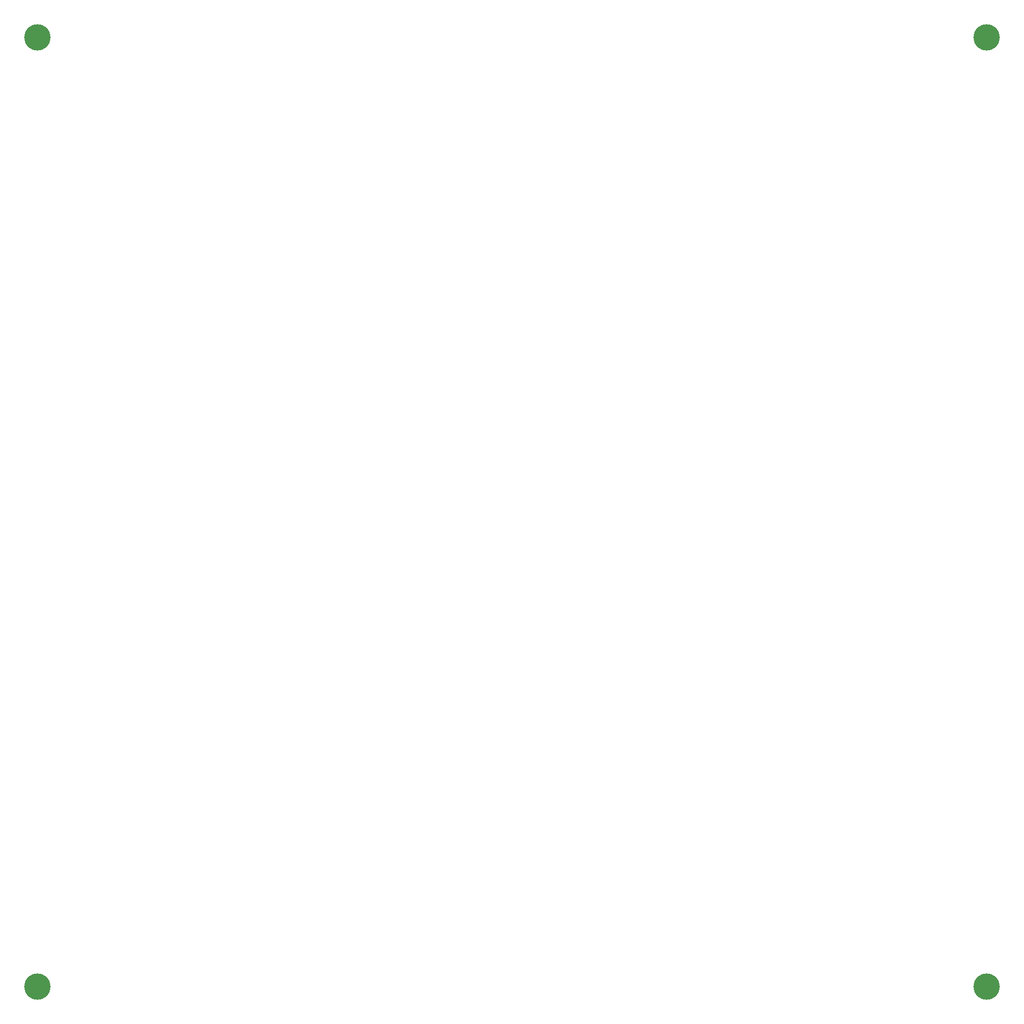
<source format=gbp>
G04 Layer: BottomPasteMaskLayer*
G04 EasyEDA v6.5.51, 2025-11-28 17:22:10*
G04 3f89507fd9de47f783310b3fc4076c63,ba7c814570024b70955b40637584d18f,10*
G04 Gerber Generator version 0.2*
G04 Scale: 100 percent, Rotated: No, Reflected: No *
G04 Dimensions in millimeters *
G04 leading zeros omitted , absolute positions ,4 integer and 5 decimal *
%FSLAX45Y45*%
%MOMM*%

%ADD10C,4.0000*%
%ADD11C,0.0124*%

%LPD*%
D10*
G01*
X14550009Y10500004D03*
G01*
X150012Y10500004D03*
G01*
X150012Y-3899992D03*
G01*
X14550009Y-3899992D03*
M02*

</source>
